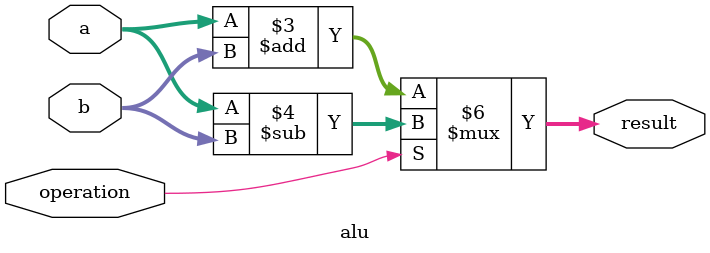
<source format=v>
/*
 * Copyright (c) 2024 Ivan Pancheniak
 * SPDX-License-Identifier: Apache-2.0
 */

module alu  (
    input wire operation,
    input wire [7:0] a,
    input wire [7:0] b,
    output reg [7:0] result
);

always @ ( * ) begin
  if(~operation)
    result = a + b;
  else
    result = a - b;
end
endmodule

</source>
